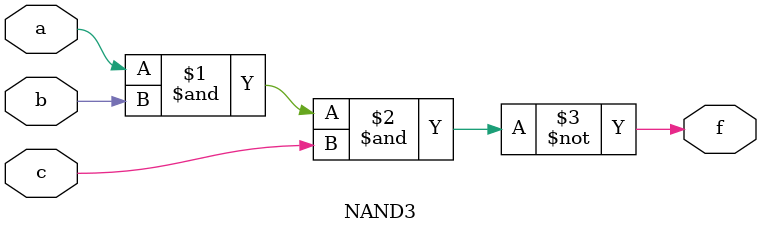
<source format=v>
module NAND3 (a, b, c, f);

	input a, b, c;
	output f;
	
	assign f = ~(a & b & c);

endmodule
</source>
